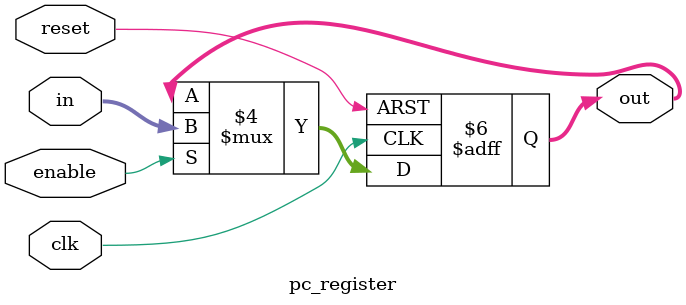
<source format=sv>
module pc_register #(parameter N = 32, parameter M = 32) (
  input clk,
  input reset,
  input enable,
  input logic [N-1:0] in,
  output logic [M-1:0] out
);

  always_ff @(negedge clk or negedge reset) begin
    if (!reset) begin
      out <= -1;
    end
    else begin
      if (enable) begin
        out <= in;
      end
      else begin
        out <= out;
      end
    end
  end

endmodule
</source>
